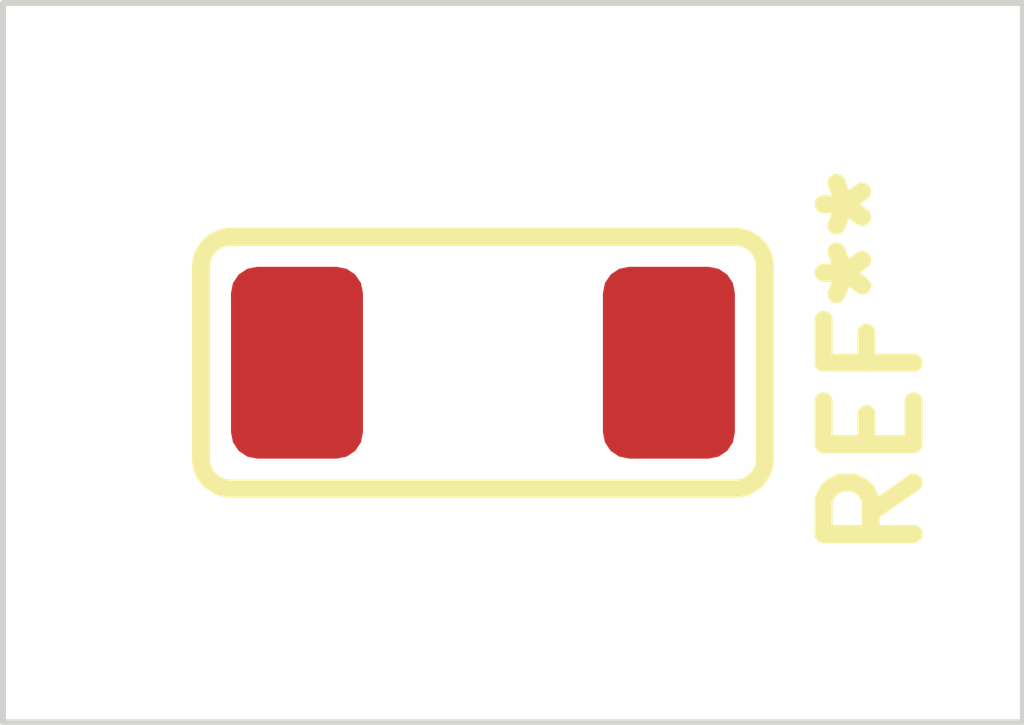
<source format=kicad_pcb>
(kicad_pcb (version 20230620) (generator pcbnew)
  (layers (0 "F.Cu" signal) (31 "B.Cu" signal) (34 "B.Paste" user) (35 "F.Paste" user) (36 "B.SilkS" user "B.Silkscreen") (37 "F.SilkS" user "F.Silkscreen") (38 "B.Mask" user) (39 "F.Mask" user) (44 "Edge.Cuts" user))
  (net 0 "")
  (net 1 "test")
  (footprint "000-00-00-00 - Packages - Mfg - Royal Ohm:1206_test_1" (layer "F.Cu") (at 141 104.5)
    (property "Reference" "REF**" (at 3.25 0 90 unlocked) (layer "F.SilkS") (effects (font (size 0.75 0.75) (thickness 0.15) bold)))
    (property "Value" "VAL**")
    (fp_line (start -2.35 0.8) (end -2.35 -0.8) (stroke (width 0.15)) (layer "F.SilkS"))
    (fp_line (start -2.1 -1.05) (end 2.1 -1.05) (stroke (width 0.15)) (layer "F.SilkS"))
    (fp_line (start 2.1 1.05) (end -2.1 1.05) (stroke (width 0.15)) (layer "F.SilkS"))
    (fp_line (start 2.35 -0.8) (end 2.35 0.8) (stroke (width 0.15)) (layer "F.SilkS"))
    (fp_arc (start -2.35 -0.8) (mid -2.276777 -0.976777) (end -2.1 -1.05) (stroke (width 0.15)) (layer "F.SilkS"))
    (fp_arc (start -2.1 1.05) (mid -2.276777 0.976777) (end -2.35 0.8) (stroke (width 0.15)) (layer "F.SilkS"))
    (fp_arc (start 2.1 -1.05) (mid 2.276777 -0.976777) (end 2.35 -0.8) (stroke (width 0.15)) (layer "F.SilkS"))
    (fp_arc (start 2.35 0.8) (mid 2.276777 0.976777) (end 2.1 1.05) (stroke (width 0.15)) (layer "F.SilkS"))
    (pad "1" smd roundrect (at -1.55 0) (size 1.1 1.6) (layers "F.Cu" "F.Paste" "F.Mask") (roundrect_rratio 0.2) (net 1 "test"))
    (pad "2" smd roundrect (at 1.55 0) (size 1.1 1.6) (layers "F.Cu" "F.Paste" "F.Mask") (roundrect_rratio 0.2))
  )
  (gr_rect (start 137 101.5) (end 145.5 107.5) (stroke (width 0.05)) (fill none) (layer "Edge.Cuts"))
)
</source>
